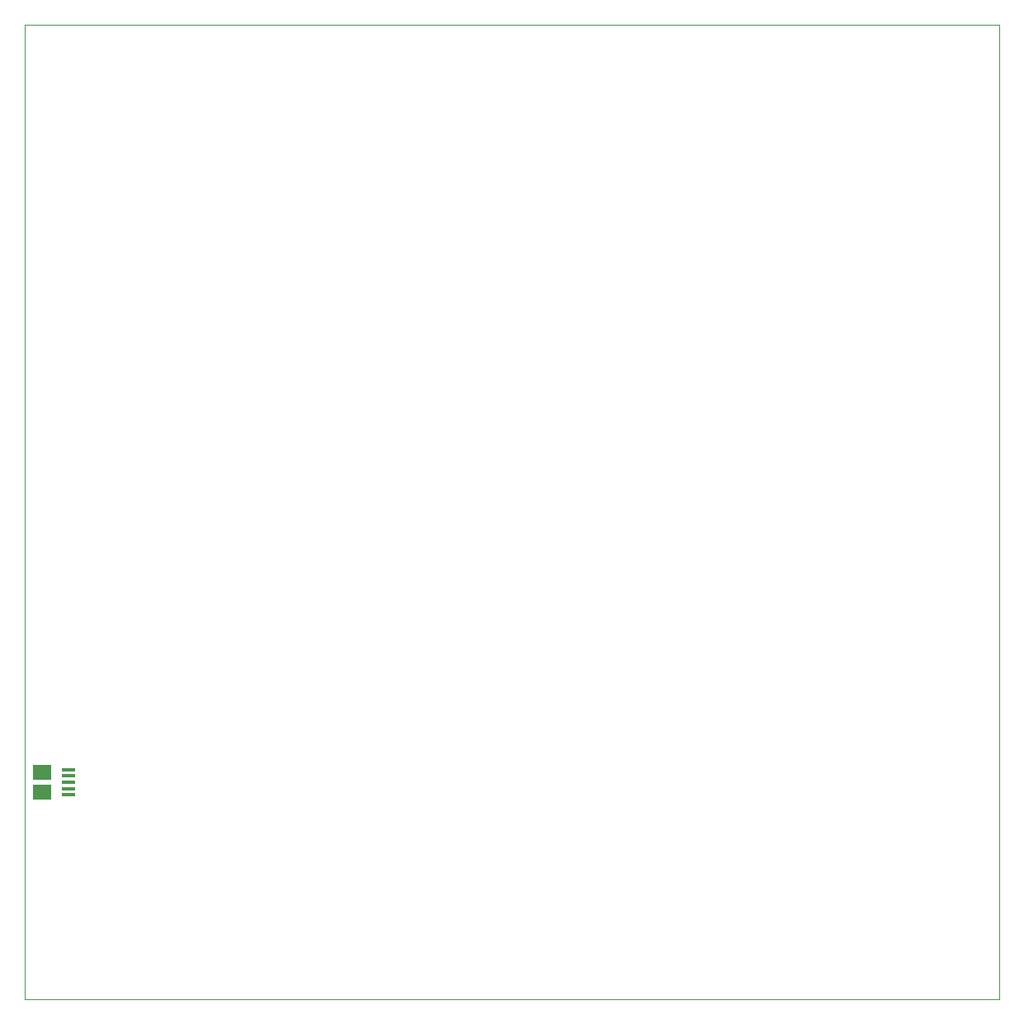
<source format=gbr>
G04 #@! TF.GenerationSoftware,KiCad,Pcbnew,5.1.6-c6e7f7d~87~ubuntu18.04.1*
G04 #@! TF.CreationDate,2020-10-04T00:16:16+02:00*
G04 #@! TF.ProjectId,PicoThermo,5069636f-5468-4657-926d-6f2e6b696361,rev?*
G04 #@! TF.SameCoordinates,Original*
G04 #@! TF.FileFunction,Paste,Top*
G04 #@! TF.FilePolarity,Positive*
%FSLAX46Y46*%
G04 Gerber Fmt 4.6, Leading zero omitted, Abs format (unit mm)*
G04 Created by KiCad (PCBNEW 5.1.6-c6e7f7d~87~ubuntu18.04.1) date 2020-10-04 00:16:16*
%MOMM*%
%LPD*%
G01*
G04 APERTURE LIST*
G04 #@! TA.AperFunction,Profile*
%ADD10C,0.100000*%
G04 #@! TD*
%ADD11R,1.900000X1.500000*%
%ADD12R,1.350000X0.400000*%
G04 APERTURE END LIST*
D10*
X95000000Y-125000000D02*
X95000000Y-25000000D01*
X195000000Y-125000000D02*
X95000000Y-125000000D01*
X195000000Y-25000000D02*
X195000000Y-125000000D01*
X95000000Y-25000000D02*
X195000000Y-25000000D01*
D11*
G04 #@! TO.C,J1*
X96762500Y-101750000D03*
D12*
X99462500Y-102750000D03*
X99462500Y-103400000D03*
X99462500Y-104050000D03*
X99462500Y-101450000D03*
X99462500Y-102100000D03*
D11*
X96762500Y-103750000D03*
G04 #@! TD*
M02*

</source>
